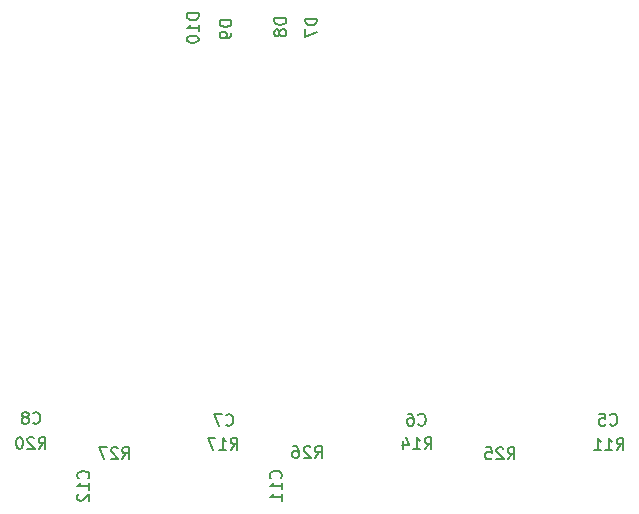
<source format=gbr>
G04 #@! TF.GenerationSoftware,KiCad,Pcbnew,5.99.0-unknown-c3175b4~86~ubuntu16.04.1*
G04 #@! TF.CreationDate,2019-12-02T17:51:55+01:00*
G04 #@! TF.ProjectId,OutAna,4f757441-6e61-42e6-9b69-6361645f7063,rev?*
G04 #@! TF.SameCoordinates,Original*
G04 #@! TF.FileFunction,Paste,Bot*
G04 #@! TF.FilePolarity,Positive*
%FSLAX46Y46*%
G04 Gerber Fmt 4.6, Leading zero omitted, Abs format (unit mm)*
G04 Created by KiCad (PCBNEW 5.99.0-unknown-c3175b4~86~ubuntu16.04.1) date 2019-12-02 17:51:55*
%MOMM*%
%LPD*%
G04 APERTURE LIST*
%ADD10C,0.150000*%
G04 APERTURE END LIST*
D10*
X144482380Y-71955714D02*
X143482380Y-71955714D01*
X143482380Y-72193809D01*
X143530000Y-72336666D01*
X143625238Y-72431904D01*
X143720476Y-72479523D01*
X143910952Y-72527142D01*
X144053809Y-72527142D01*
X144244285Y-72479523D01*
X144339523Y-72431904D01*
X144434761Y-72336666D01*
X144482380Y-72193809D01*
X144482380Y-71955714D01*
X144482380Y-73479523D02*
X144482380Y-72908095D01*
X144482380Y-73193809D02*
X143482380Y-73193809D01*
X143625238Y-73098571D01*
X143720476Y-73003333D01*
X143768095Y-72908095D01*
X143482380Y-74098571D02*
X143482380Y-74193809D01*
X143530000Y-74289047D01*
X143577619Y-74336666D01*
X143672857Y-74384285D01*
X143863333Y-74431904D01*
X144101428Y-74431904D01*
X144291904Y-74384285D01*
X144387142Y-74336666D01*
X144434761Y-74289047D01*
X144482380Y-74193809D01*
X144482380Y-74098571D01*
X144434761Y-74003333D01*
X144387142Y-73955714D01*
X144291904Y-73908095D01*
X144101428Y-73860476D01*
X143863333Y-73860476D01*
X143672857Y-73908095D01*
X143577619Y-73955714D01*
X143530000Y-74003333D01*
X143482380Y-74098571D01*
X147262380Y-72541904D02*
X146262380Y-72541904D01*
X146262380Y-72780000D01*
X146310000Y-72922857D01*
X146405238Y-73018095D01*
X146500476Y-73065714D01*
X146690952Y-73113333D01*
X146833809Y-73113333D01*
X147024285Y-73065714D01*
X147119523Y-73018095D01*
X147214761Y-72922857D01*
X147262380Y-72780000D01*
X147262380Y-72541904D01*
X147262380Y-73589523D02*
X147262380Y-73780000D01*
X147214761Y-73875238D01*
X147167142Y-73922857D01*
X147024285Y-74018095D01*
X146833809Y-74065714D01*
X146452857Y-74065714D01*
X146357619Y-74018095D01*
X146310000Y-73970476D01*
X146262380Y-73875238D01*
X146262380Y-73684761D01*
X146310000Y-73589523D01*
X146357619Y-73541904D01*
X146452857Y-73494285D01*
X146690952Y-73494285D01*
X146786190Y-73541904D01*
X146833809Y-73589523D01*
X146881428Y-73684761D01*
X146881428Y-73875238D01*
X146833809Y-73970476D01*
X146786190Y-74018095D01*
X146690952Y-74065714D01*
X151892380Y-72361904D02*
X150892380Y-72361904D01*
X150892380Y-72600000D01*
X150940000Y-72742857D01*
X151035238Y-72838095D01*
X151130476Y-72885714D01*
X151320952Y-72933333D01*
X151463809Y-72933333D01*
X151654285Y-72885714D01*
X151749523Y-72838095D01*
X151844761Y-72742857D01*
X151892380Y-72600000D01*
X151892380Y-72361904D01*
X151320952Y-73504761D02*
X151273333Y-73409523D01*
X151225714Y-73361904D01*
X151130476Y-73314285D01*
X151082857Y-73314285D01*
X150987619Y-73361904D01*
X150940000Y-73409523D01*
X150892380Y-73504761D01*
X150892380Y-73695238D01*
X150940000Y-73790476D01*
X150987619Y-73838095D01*
X151082857Y-73885714D01*
X151130476Y-73885714D01*
X151225714Y-73838095D01*
X151273333Y-73790476D01*
X151320952Y-73695238D01*
X151320952Y-73504761D01*
X151368571Y-73409523D01*
X151416190Y-73361904D01*
X151511428Y-73314285D01*
X151701904Y-73314285D01*
X151797142Y-73361904D01*
X151844761Y-73409523D01*
X151892380Y-73504761D01*
X151892380Y-73695238D01*
X151844761Y-73790476D01*
X151797142Y-73838095D01*
X151701904Y-73885714D01*
X151511428Y-73885714D01*
X151416190Y-73838095D01*
X151368571Y-73790476D01*
X151320952Y-73695238D01*
X154502380Y-72401904D02*
X153502380Y-72401904D01*
X153502380Y-72640000D01*
X153550000Y-72782857D01*
X153645238Y-72878095D01*
X153740476Y-72925714D01*
X153930952Y-72973333D01*
X154073809Y-72973333D01*
X154264285Y-72925714D01*
X154359523Y-72878095D01*
X154454761Y-72782857D01*
X154502380Y-72640000D01*
X154502380Y-72401904D01*
X153502380Y-73306666D02*
X153502380Y-73973333D01*
X154502380Y-73544761D01*
X179306666Y-106757142D02*
X179354285Y-106804761D01*
X179497142Y-106852380D01*
X179592380Y-106852380D01*
X179735238Y-106804761D01*
X179830476Y-106709523D01*
X179878095Y-106614285D01*
X179925714Y-106423809D01*
X179925714Y-106280952D01*
X179878095Y-106090476D01*
X179830476Y-105995238D01*
X179735238Y-105900000D01*
X179592380Y-105852380D01*
X179497142Y-105852380D01*
X179354285Y-105900000D01*
X179306666Y-105947619D01*
X178401904Y-105852380D02*
X178878095Y-105852380D01*
X178925714Y-106328571D01*
X178878095Y-106280952D01*
X178782857Y-106233333D01*
X178544761Y-106233333D01*
X178449523Y-106280952D01*
X178401904Y-106328571D01*
X178354285Y-106423809D01*
X178354285Y-106661904D01*
X178401904Y-106757142D01*
X178449523Y-106804761D01*
X178544761Y-106852380D01*
X178782857Y-106852380D01*
X178878095Y-106804761D01*
X178925714Y-106757142D01*
X138012857Y-109692380D02*
X138346190Y-109216190D01*
X138584285Y-109692380D02*
X138584285Y-108692380D01*
X138203333Y-108692380D01*
X138108095Y-108740000D01*
X138060476Y-108787619D01*
X138012857Y-108882857D01*
X138012857Y-109025714D01*
X138060476Y-109120952D01*
X138108095Y-109168571D01*
X138203333Y-109216190D01*
X138584285Y-109216190D01*
X137631904Y-108787619D02*
X137584285Y-108740000D01*
X137489047Y-108692380D01*
X137250952Y-108692380D01*
X137155714Y-108740000D01*
X137108095Y-108787619D01*
X137060476Y-108882857D01*
X137060476Y-108978095D01*
X137108095Y-109120952D01*
X137679523Y-109692380D01*
X137060476Y-109692380D01*
X136727142Y-108692380D02*
X136060476Y-108692380D01*
X136489047Y-109692380D01*
X154312857Y-109592380D02*
X154646190Y-109116190D01*
X154884285Y-109592380D02*
X154884285Y-108592380D01*
X154503333Y-108592380D01*
X154408095Y-108640000D01*
X154360476Y-108687619D01*
X154312857Y-108782857D01*
X154312857Y-108925714D01*
X154360476Y-109020952D01*
X154408095Y-109068571D01*
X154503333Y-109116190D01*
X154884285Y-109116190D01*
X153931904Y-108687619D02*
X153884285Y-108640000D01*
X153789047Y-108592380D01*
X153550952Y-108592380D01*
X153455714Y-108640000D01*
X153408095Y-108687619D01*
X153360476Y-108782857D01*
X153360476Y-108878095D01*
X153408095Y-109020952D01*
X153979523Y-109592380D01*
X153360476Y-109592380D01*
X152503333Y-108592380D02*
X152693809Y-108592380D01*
X152789047Y-108640000D01*
X152836666Y-108687619D01*
X152931904Y-108830476D01*
X152979523Y-109020952D01*
X152979523Y-109401904D01*
X152931904Y-109497142D01*
X152884285Y-109544761D01*
X152789047Y-109592380D01*
X152598571Y-109592380D01*
X152503333Y-109544761D01*
X152455714Y-109497142D01*
X152408095Y-109401904D01*
X152408095Y-109163809D01*
X152455714Y-109068571D01*
X152503333Y-109020952D01*
X152598571Y-108973333D01*
X152789047Y-108973333D01*
X152884285Y-109020952D01*
X152931904Y-109068571D01*
X152979523Y-109163809D01*
X170642857Y-109702380D02*
X170976190Y-109226190D01*
X171214285Y-109702380D02*
X171214285Y-108702380D01*
X170833333Y-108702380D01*
X170738095Y-108750000D01*
X170690476Y-108797619D01*
X170642857Y-108892857D01*
X170642857Y-109035714D01*
X170690476Y-109130952D01*
X170738095Y-109178571D01*
X170833333Y-109226190D01*
X171214285Y-109226190D01*
X170261904Y-108797619D02*
X170214285Y-108750000D01*
X170119047Y-108702380D01*
X169880952Y-108702380D01*
X169785714Y-108750000D01*
X169738095Y-108797619D01*
X169690476Y-108892857D01*
X169690476Y-108988095D01*
X169738095Y-109130952D01*
X170309523Y-109702380D01*
X169690476Y-109702380D01*
X168785714Y-108702380D02*
X169261904Y-108702380D01*
X169309523Y-109178571D01*
X169261904Y-109130952D01*
X169166666Y-109083333D01*
X168928571Y-109083333D01*
X168833333Y-109130952D01*
X168785714Y-109178571D01*
X168738095Y-109273809D01*
X168738095Y-109511904D01*
X168785714Y-109607142D01*
X168833333Y-109654761D01*
X168928571Y-109702380D01*
X169166666Y-109702380D01*
X169261904Y-109654761D01*
X169309523Y-109607142D01*
X130932857Y-108822380D02*
X131266190Y-108346190D01*
X131504285Y-108822380D02*
X131504285Y-107822380D01*
X131123333Y-107822380D01*
X131028095Y-107870000D01*
X130980476Y-107917619D01*
X130932857Y-108012857D01*
X130932857Y-108155714D01*
X130980476Y-108250952D01*
X131028095Y-108298571D01*
X131123333Y-108346190D01*
X131504285Y-108346190D01*
X130551904Y-107917619D02*
X130504285Y-107870000D01*
X130409047Y-107822380D01*
X130170952Y-107822380D01*
X130075714Y-107870000D01*
X130028095Y-107917619D01*
X129980476Y-108012857D01*
X129980476Y-108108095D01*
X130028095Y-108250952D01*
X130599523Y-108822380D01*
X129980476Y-108822380D01*
X129361428Y-107822380D02*
X129266190Y-107822380D01*
X129170952Y-107870000D01*
X129123333Y-107917619D01*
X129075714Y-108012857D01*
X129028095Y-108203333D01*
X129028095Y-108441428D01*
X129075714Y-108631904D01*
X129123333Y-108727142D01*
X129170952Y-108774761D01*
X129266190Y-108822380D01*
X129361428Y-108822380D01*
X129456666Y-108774761D01*
X129504285Y-108727142D01*
X129551904Y-108631904D01*
X129599523Y-108441428D01*
X129599523Y-108203333D01*
X129551904Y-108012857D01*
X129504285Y-107917619D01*
X129456666Y-107870000D01*
X129361428Y-107822380D01*
X147192857Y-108882380D02*
X147526190Y-108406190D01*
X147764285Y-108882380D02*
X147764285Y-107882380D01*
X147383333Y-107882380D01*
X147288095Y-107930000D01*
X147240476Y-107977619D01*
X147192857Y-108072857D01*
X147192857Y-108215714D01*
X147240476Y-108310952D01*
X147288095Y-108358571D01*
X147383333Y-108406190D01*
X147764285Y-108406190D01*
X146240476Y-108882380D02*
X146811904Y-108882380D01*
X146526190Y-108882380D02*
X146526190Y-107882380D01*
X146621428Y-108025238D01*
X146716666Y-108120476D01*
X146811904Y-108168095D01*
X145907142Y-107882380D02*
X145240476Y-107882380D01*
X145669047Y-108882380D01*
X163622857Y-108852380D02*
X163956190Y-108376190D01*
X164194285Y-108852380D02*
X164194285Y-107852380D01*
X163813333Y-107852380D01*
X163718095Y-107900000D01*
X163670476Y-107947619D01*
X163622857Y-108042857D01*
X163622857Y-108185714D01*
X163670476Y-108280952D01*
X163718095Y-108328571D01*
X163813333Y-108376190D01*
X164194285Y-108376190D01*
X162670476Y-108852380D02*
X163241904Y-108852380D01*
X162956190Y-108852380D02*
X162956190Y-107852380D01*
X163051428Y-107995238D01*
X163146666Y-108090476D01*
X163241904Y-108138095D01*
X161813333Y-108185714D02*
X161813333Y-108852380D01*
X162051428Y-107804761D02*
X162289523Y-108519047D01*
X161670476Y-108519047D01*
X179872857Y-108932380D02*
X180206190Y-108456190D01*
X180444285Y-108932380D02*
X180444285Y-107932380D01*
X180063333Y-107932380D01*
X179968095Y-107980000D01*
X179920476Y-108027619D01*
X179872857Y-108122857D01*
X179872857Y-108265714D01*
X179920476Y-108360952D01*
X179968095Y-108408571D01*
X180063333Y-108456190D01*
X180444285Y-108456190D01*
X178920476Y-108932380D02*
X179491904Y-108932380D01*
X179206190Y-108932380D02*
X179206190Y-107932380D01*
X179301428Y-108075238D01*
X179396666Y-108170476D01*
X179491904Y-108218095D01*
X177968095Y-108932380D02*
X178539523Y-108932380D01*
X178253809Y-108932380D02*
X178253809Y-107932380D01*
X178349047Y-108075238D01*
X178444285Y-108170476D01*
X178539523Y-108218095D01*
X135127142Y-111327142D02*
X135174761Y-111279523D01*
X135222380Y-111136666D01*
X135222380Y-111041428D01*
X135174761Y-110898571D01*
X135079523Y-110803333D01*
X134984285Y-110755714D01*
X134793809Y-110708095D01*
X134650952Y-110708095D01*
X134460476Y-110755714D01*
X134365238Y-110803333D01*
X134270000Y-110898571D01*
X134222380Y-111041428D01*
X134222380Y-111136666D01*
X134270000Y-111279523D01*
X134317619Y-111327142D01*
X135222380Y-112279523D02*
X135222380Y-111708095D01*
X135222380Y-111993809D02*
X134222380Y-111993809D01*
X134365238Y-111898571D01*
X134460476Y-111803333D01*
X134508095Y-111708095D01*
X134317619Y-112660476D02*
X134270000Y-112708095D01*
X134222380Y-112803333D01*
X134222380Y-113041428D01*
X134270000Y-113136666D01*
X134317619Y-113184285D01*
X134412857Y-113231904D01*
X134508095Y-113231904D01*
X134650952Y-113184285D01*
X135222380Y-112612857D01*
X135222380Y-113231904D01*
X151417142Y-111307142D02*
X151464761Y-111259523D01*
X151512380Y-111116666D01*
X151512380Y-111021428D01*
X151464761Y-110878571D01*
X151369523Y-110783333D01*
X151274285Y-110735714D01*
X151083809Y-110688095D01*
X150940952Y-110688095D01*
X150750476Y-110735714D01*
X150655238Y-110783333D01*
X150560000Y-110878571D01*
X150512380Y-111021428D01*
X150512380Y-111116666D01*
X150560000Y-111259523D01*
X150607619Y-111307142D01*
X151512380Y-112259523D02*
X151512380Y-111688095D01*
X151512380Y-111973809D02*
X150512380Y-111973809D01*
X150655238Y-111878571D01*
X150750476Y-111783333D01*
X150798095Y-111688095D01*
X151512380Y-113211904D02*
X151512380Y-112640476D01*
X151512380Y-112926190D02*
X150512380Y-112926190D01*
X150655238Y-112830952D01*
X150750476Y-112735714D01*
X150798095Y-112640476D01*
X130466666Y-106607142D02*
X130514285Y-106654761D01*
X130657142Y-106702380D01*
X130752380Y-106702380D01*
X130895238Y-106654761D01*
X130990476Y-106559523D01*
X131038095Y-106464285D01*
X131085714Y-106273809D01*
X131085714Y-106130952D01*
X131038095Y-105940476D01*
X130990476Y-105845238D01*
X130895238Y-105750000D01*
X130752380Y-105702380D01*
X130657142Y-105702380D01*
X130514285Y-105750000D01*
X130466666Y-105797619D01*
X129895238Y-106130952D02*
X129990476Y-106083333D01*
X130038095Y-106035714D01*
X130085714Y-105940476D01*
X130085714Y-105892857D01*
X130038095Y-105797619D01*
X129990476Y-105750000D01*
X129895238Y-105702380D01*
X129704761Y-105702380D01*
X129609523Y-105750000D01*
X129561904Y-105797619D01*
X129514285Y-105892857D01*
X129514285Y-105940476D01*
X129561904Y-106035714D01*
X129609523Y-106083333D01*
X129704761Y-106130952D01*
X129895238Y-106130952D01*
X129990476Y-106178571D01*
X130038095Y-106226190D01*
X130085714Y-106321428D01*
X130085714Y-106511904D01*
X130038095Y-106607142D01*
X129990476Y-106654761D01*
X129895238Y-106702380D01*
X129704761Y-106702380D01*
X129609523Y-106654761D01*
X129561904Y-106607142D01*
X129514285Y-106511904D01*
X129514285Y-106321428D01*
X129561904Y-106226190D01*
X129609523Y-106178571D01*
X129704761Y-106130952D01*
X146796666Y-106777142D02*
X146844285Y-106824761D01*
X146987142Y-106872380D01*
X147082380Y-106872380D01*
X147225238Y-106824761D01*
X147320476Y-106729523D01*
X147368095Y-106634285D01*
X147415714Y-106443809D01*
X147415714Y-106300952D01*
X147368095Y-106110476D01*
X147320476Y-106015238D01*
X147225238Y-105920000D01*
X147082380Y-105872380D01*
X146987142Y-105872380D01*
X146844285Y-105920000D01*
X146796666Y-105967619D01*
X146463333Y-105872380D02*
X145796666Y-105872380D01*
X146225238Y-106872380D01*
X163086666Y-106757142D02*
X163134285Y-106804761D01*
X163277142Y-106852380D01*
X163372380Y-106852380D01*
X163515238Y-106804761D01*
X163610476Y-106709523D01*
X163658095Y-106614285D01*
X163705714Y-106423809D01*
X163705714Y-106280952D01*
X163658095Y-106090476D01*
X163610476Y-105995238D01*
X163515238Y-105900000D01*
X163372380Y-105852380D01*
X163277142Y-105852380D01*
X163134285Y-105900000D01*
X163086666Y-105947619D01*
X162229523Y-105852380D02*
X162420000Y-105852380D01*
X162515238Y-105900000D01*
X162562857Y-105947619D01*
X162658095Y-106090476D01*
X162705714Y-106280952D01*
X162705714Y-106661904D01*
X162658095Y-106757142D01*
X162610476Y-106804761D01*
X162515238Y-106852380D01*
X162324761Y-106852380D01*
X162229523Y-106804761D01*
X162181904Y-106757142D01*
X162134285Y-106661904D01*
X162134285Y-106423809D01*
X162181904Y-106328571D01*
X162229523Y-106280952D01*
X162324761Y-106233333D01*
X162515238Y-106233333D01*
X162610476Y-106280952D01*
X162658095Y-106328571D01*
X162705714Y-106423809D01*
M02*

</source>
